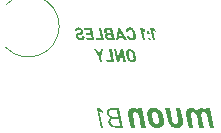
<source format=gbo>
%TF.GenerationSoftware,KiCad,Pcbnew,9.0.6*%
%TF.CreationDate,2025-12-29T07:21:27+09:00*%
%TF.ProjectId,muon,6d756f6e-2e6b-4696-9361-645f70636258,rev?*%
%TF.SameCoordinates,Original*%
%TF.FileFunction,Legend,Bot*%
%TF.FilePolarity,Positive*%
%FSLAX46Y46*%
G04 Gerber Fmt 4.6, Leading zero omitted, Abs format (unit mm)*
G04 Created by KiCad (PCBNEW 9.0.6) date 2025-12-29 07:21:27*
%MOMM*%
%LPD*%
G01*
G04 APERTURE LIST*
%ADD10C,0.100000*%
%ADD11C,0.168750*%
%ADD12C,0.250000*%
%ADD13C,0.350000*%
%ADD14C,2.625000*%
%ADD15C,2.700000*%
%ADD16C,0.600000*%
%ADD17O,1.000000X2.100000*%
%ADD18O,1.000000X1.800000*%
G04 APERTURE END LIST*
D10*
X64600001Y-51449999D02*
G75*
G02*
X64600000Y-55050000I1899999J-1800001D01*
G01*
D11*
G36*
X74497671Y-61831351D02*
G01*
X73885326Y-61831351D01*
X73807378Y-61828019D01*
X73733258Y-61817910D01*
X73667661Y-61802195D01*
X73605709Y-61780276D01*
X73575748Y-61766752D01*
X73521069Y-61736393D01*
X73471346Y-61701093D01*
X73427690Y-61661958D01*
X73388735Y-61618114D01*
X73360901Y-61579561D01*
X73333675Y-61532105D01*
X73312309Y-61481579D01*
X73286688Y-61369973D01*
X73282932Y-61304552D01*
X73457903Y-61304552D01*
X73461194Y-61359478D01*
X73471022Y-61410506D01*
X73486433Y-61455561D01*
X73507675Y-61497074D01*
X73566536Y-61568662D01*
X73573478Y-61574917D01*
X73655617Y-61629458D01*
X73755750Y-61663728D01*
X73877206Y-61676538D01*
X73883056Y-61676562D01*
X74292008Y-61676562D01*
X74164978Y-61073504D01*
X73737451Y-61073504D01*
X73673897Y-61076841D01*
X73618382Y-61086989D01*
X73576620Y-61101456D01*
X73540633Y-61121330D01*
X73527248Y-61131292D01*
X73502877Y-61156352D01*
X73483762Y-61185608D01*
X73461298Y-61256698D01*
X73457903Y-61304552D01*
X73282932Y-61304552D01*
X73282269Y-61292995D01*
X73285534Y-61241041D01*
X73295180Y-61192973D01*
X73310551Y-61149586D01*
X73331591Y-61109552D01*
X73335413Y-61103533D01*
X73389350Y-61044316D01*
X73465014Y-60999988D01*
X73490305Y-60990331D01*
X73433535Y-60970094D01*
X73381007Y-60943991D01*
X73335449Y-60913819D01*
X73293830Y-60878077D01*
X73243056Y-60819341D01*
X73211004Y-60771137D01*
X73185452Y-60720569D01*
X73166876Y-60669074D01*
X73154643Y-60615511D01*
X73150758Y-60567551D01*
X73323959Y-60567551D01*
X73327272Y-60621173D01*
X73337260Y-60670573D01*
X73352621Y-60712832D01*
X73373885Y-60751548D01*
X73432803Y-60817284D01*
X73444075Y-60826358D01*
X73534628Y-60879575D01*
X73641852Y-60911625D01*
X73751382Y-60921089D01*
X74132576Y-60921089D01*
X74010189Y-60352601D01*
X73596593Y-60352601D01*
X73533001Y-60355902D01*
X73477895Y-60365806D01*
X73436369Y-60379995D01*
X73401386Y-60399302D01*
X73375137Y-60421408D01*
X73354319Y-60447780D01*
X73329193Y-60511937D01*
X73323959Y-60567551D01*
X73150758Y-60567551D01*
X73148325Y-60537522D01*
X73151640Y-60481854D01*
X73161636Y-60430960D01*
X73176847Y-60388178D01*
X73197870Y-60349327D01*
X73254613Y-60285629D01*
X73334382Y-60238252D01*
X73438610Y-60208028D01*
X73564191Y-60197812D01*
X74151047Y-60197812D01*
X74497671Y-61831351D01*
G37*
G36*
X72524525Y-60396561D02*
G01*
X72829460Y-61831351D01*
X72660843Y-61831351D01*
X72311949Y-60197812D01*
X72485209Y-60197812D01*
X72810988Y-60415032D01*
X72850304Y-60609137D01*
X72524525Y-60396561D01*
G37*
D12*
G36*
X77077514Y-53593385D02*
G01*
X77251946Y-54432500D01*
X77054811Y-54432500D01*
X76833765Y-53369249D01*
X77030900Y-53369249D01*
X77234079Y-53504590D01*
X77279417Y-53722681D01*
X77077514Y-53593385D01*
G37*
G36*
X76735030Y-53692590D02*
G01*
X76780636Y-53912158D01*
X76571815Y-53912158D01*
X76526209Y-53692590D01*
X76735030Y-53692590D01*
G37*
G36*
X76843505Y-54214476D02*
G01*
X76888842Y-54432500D01*
X76680021Y-54432500D01*
X76634683Y-54214476D01*
X76843505Y-54214476D01*
G37*
G36*
X76212405Y-53593385D02*
G01*
X76386838Y-54432500D01*
X76189703Y-54432500D01*
X75968657Y-53369249D01*
X76165792Y-53369249D01*
X76368971Y-53504590D01*
X76414309Y-53722681D01*
X76212405Y-53593385D01*
G37*
G36*
X75587620Y-54021976D02*
G01*
X75598318Y-54083994D01*
X75603602Y-54141065D01*
X75603704Y-54188799D01*
X75599313Y-54232431D01*
X75591309Y-54268959D01*
X75579508Y-54302025D01*
X75564948Y-54329966D01*
X75547037Y-54354853D01*
X75502505Y-54394596D01*
X75444269Y-54423130D01*
X75368894Y-54440305D01*
X75297392Y-54444590D01*
X75244918Y-54442435D01*
X75195130Y-54435949D01*
X75150326Y-54425750D01*
X75107925Y-54411588D01*
X75069174Y-54394083D01*
X75032657Y-54372815D01*
X75004747Y-54352840D01*
X74973293Y-54325552D01*
X74945173Y-54295368D01*
X74899410Y-54227184D01*
X74865757Y-54145671D01*
X74851741Y-54091158D01*
X74849591Y-54080613D01*
X75043771Y-54080613D01*
X75046256Y-54092636D01*
X75055484Y-54126463D01*
X75068478Y-54157291D01*
X75084196Y-54183448D01*
X75103181Y-54206400D01*
X75116647Y-54218976D01*
X75163292Y-54247232D01*
X75221210Y-54262094D01*
X75255480Y-54264112D01*
X75289439Y-54261963D01*
X75318676Y-54255515D01*
X75340622Y-54246247D01*
X75358982Y-54233626D01*
X75381552Y-54205476D01*
X75396624Y-54159493D01*
X75399023Y-54092789D01*
X75388403Y-54018954D01*
X75340581Y-53788840D01*
X75327019Y-53733966D01*
X75310814Y-53686271D01*
X75293295Y-53647684D01*
X75273797Y-53615173D01*
X75255480Y-53591840D01*
X75235374Y-53572647D01*
X75212875Y-53557191D01*
X75161298Y-53537451D01*
X75106169Y-53531726D01*
X75073244Y-53533862D01*
X75044335Y-53540216D01*
X75021530Y-53549620D01*
X75002167Y-53562403D01*
X74985268Y-53579817D01*
X74966198Y-53618379D01*
X74961170Y-53668015D01*
X74966529Y-53709180D01*
X74968409Y-53718181D01*
X74771342Y-53718181D01*
X74769126Y-53707636D01*
X74761235Y-53659005D01*
X74758485Y-53613683D01*
X74760505Y-53575361D01*
X74766885Y-53539823D01*
X74776787Y-53509266D01*
X74790552Y-53481157D01*
X74815001Y-53447499D01*
X74837979Y-53424914D01*
X74863974Y-53405413D01*
X74925403Y-53375597D01*
X75001777Y-53358168D01*
X75067749Y-53354204D01*
X75120600Y-53356353D01*
X75170459Y-53362801D01*
X75215088Y-53372918D01*
X75257018Y-53386920D01*
X75294974Y-53404144D01*
X75330414Y-53424996D01*
X75392983Y-53476800D01*
X75446220Y-53543423D01*
X75490662Y-53627110D01*
X75525888Y-53731040D01*
X75536976Y-53778362D01*
X75587620Y-54021976D01*
G37*
G36*
X74818963Y-54432500D02*
G01*
X74611552Y-54432500D01*
X74505429Y-54226499D01*
X74147967Y-54226499D01*
X74127549Y-54432500D01*
X73918727Y-54432500D01*
X73970909Y-54058045D01*
X74165901Y-54058045D01*
X74417508Y-54058045D01*
X74207678Y-53650477D01*
X74165901Y-54058045D01*
X73970909Y-54058045D01*
X74066897Y-53369249D01*
X74228702Y-53369249D01*
X74818963Y-54432500D01*
G37*
G36*
X73804812Y-54432500D02*
G01*
X73387035Y-54432500D01*
X73339444Y-54430357D01*
X73294293Y-54423955D01*
X73253160Y-54413788D01*
X73214466Y-54399735D01*
X73179206Y-54382347D01*
X73146417Y-54361340D01*
X73135159Y-54352840D01*
X73082142Y-54300264D01*
X73040788Y-54235072D01*
X73011268Y-54156118D01*
X73004386Y-54127226D01*
X72999491Y-54095505D01*
X73195701Y-54095505D01*
X73198699Y-54113726D01*
X73207539Y-54145568D01*
X73219982Y-54173624D01*
X73234873Y-54196512D01*
X73252954Y-54216335D01*
X73255858Y-54218976D01*
X73297044Y-54244175D01*
X73349405Y-54255798D01*
X73369639Y-54256590D01*
X73569661Y-54256590D01*
X73512099Y-53979863D01*
X73312077Y-53979863D01*
X73278146Y-53982064D01*
X73249941Y-53988879D01*
X73231436Y-53997940D01*
X73216750Y-54010366D01*
X73213341Y-54014453D01*
X73197263Y-54049372D01*
X73195701Y-54095505D01*
X72999491Y-54095505D01*
X72998017Y-54085950D01*
X72996776Y-54047615D01*
X73000127Y-54015999D01*
X73007799Y-53986943D01*
X73010498Y-53979863D01*
X73023702Y-53953331D01*
X73040766Y-53929472D01*
X73060175Y-53910022D01*
X73083195Y-53893376D01*
X73098285Y-53885090D01*
X73064344Y-53867056D01*
X73033583Y-53845621D01*
X72984101Y-53796363D01*
X72945278Y-53735115D01*
X72921985Y-53667180D01*
X72921636Y-53665522D01*
X72920482Y-53658218D01*
X73119556Y-53658218D01*
X73122733Y-53677545D01*
X73130869Y-53706064D01*
X73142636Y-53730919D01*
X73157009Y-53751129D01*
X73174676Y-53768604D01*
X73177407Y-53770840D01*
X73220466Y-53794098D01*
X73275381Y-53803638D01*
X73287225Y-53803886D01*
X73475493Y-53803886D01*
X73421760Y-53545226D01*
X73233491Y-53545226D01*
X73202623Y-53547354D01*
X73176705Y-53553652D01*
X73157641Y-53562676D01*
X73142265Y-53574821D01*
X73137712Y-53579817D01*
X73127650Y-53595285D01*
X73121233Y-53613313D01*
X73119556Y-53658218D01*
X72920482Y-53658218D01*
X72914644Y-53621274D01*
X72912812Y-53580531D01*
X72915625Y-53546690D01*
X72922707Y-53515656D01*
X72933201Y-53489182D01*
X72947463Y-53465113D01*
X72961668Y-53447499D01*
X72983275Y-53427049D01*
X73008073Y-53409604D01*
X73067506Y-53383930D01*
X73143563Y-53370653D01*
X73182176Y-53369249D01*
X73583766Y-53369249D01*
X73804812Y-54432500D01*
G37*
G36*
X72663850Y-53369249D02*
G01*
X72884896Y-54432500D01*
X72231833Y-54432500D01*
X72195295Y-54256590D01*
X72649745Y-54256590D01*
X72465238Y-53369249D01*
X72663850Y-53369249D01*
G37*
G36*
X71708738Y-53545226D02*
G01*
X71246900Y-53545226D01*
X71210294Y-53369249D01*
X71870745Y-53369249D01*
X72091791Y-54432500D01*
X71431340Y-54432500D01*
X71394801Y-54256590D01*
X71856640Y-54256590D01*
X71800018Y-53984363D01*
X71405883Y-53984363D01*
X71369277Y-53808386D01*
X71763412Y-53808386D01*
X71708738Y-53545226D01*
G37*
G36*
X71205122Y-54355862D02*
G01*
X71159802Y-54394709D01*
X71100715Y-54422292D01*
X71024425Y-54438306D01*
X70962583Y-54441567D01*
X70908600Y-54439405D01*
X70857298Y-54432866D01*
X70811544Y-54422652D01*
X70768255Y-54408434D01*
X70729212Y-54391033D01*
X70692505Y-54369854D01*
X70674370Y-54357340D01*
X70642778Y-54331553D01*
X70614516Y-54302835D01*
X70590048Y-54271794D01*
X70568821Y-54237883D01*
X70536028Y-54160921D01*
X70523379Y-54112181D01*
X70516445Y-54068291D01*
X70514612Y-54027756D01*
X70517395Y-53993723D01*
X70524434Y-53962467D01*
X70534906Y-53935681D01*
X70549134Y-53911328D01*
X70587941Y-53870639D01*
X70642967Y-53838503D01*
X70718603Y-53815032D01*
X70728909Y-53812953D01*
X70835167Y-53793340D01*
X70869198Y-53784653D01*
X70897204Y-53773124D01*
X70932760Y-53746727D01*
X70943463Y-53731858D01*
X70950306Y-53714734D01*
X70952383Y-53673658D01*
X70950022Y-53659544D01*
X70941989Y-53631382D01*
X70930187Y-53606199D01*
X70915470Y-53585015D01*
X70897352Y-53566536D01*
X70889639Y-53560272D01*
X70867322Y-53545943D01*
X70842357Y-53535222D01*
X70783782Y-53524627D01*
X70767463Y-53524203D01*
X70731075Y-53526409D01*
X70700478Y-53533252D01*
X70680046Y-53542399D01*
X70663496Y-53554973D01*
X70659862Y-53558794D01*
X70641696Y-53592018D01*
X70636200Y-53639721D01*
X70639174Y-53671567D01*
X70449428Y-53671567D01*
X70445299Y-53624799D01*
X70445977Y-53581512D01*
X70450866Y-53544677D01*
X70459846Y-53510808D01*
X70472068Y-53481582D01*
X70487933Y-53454999D01*
X70502087Y-53436953D01*
X70523693Y-53415553D01*
X70548222Y-53397390D01*
X70606181Y-53370723D01*
X70679947Y-53356338D01*
X70727700Y-53354204D01*
X70775672Y-53356342D01*
X70821554Y-53362712D01*
X70864384Y-53372979D01*
X70905126Y-53387171D01*
X70943380Y-53405037D01*
X70979502Y-53426633D01*
X71000263Y-53441454D01*
X71032279Y-53468514D01*
X71060648Y-53498276D01*
X71084643Y-53529747D01*
X71105184Y-53563866D01*
X71135763Y-53639973D01*
X71144336Y-53674590D01*
X71150982Y-53717131D01*
X71152571Y-53756528D01*
X71149589Y-53789774D01*
X71142363Y-53820386D01*
X71131679Y-53846775D01*
X71117220Y-53870824D01*
X71077714Y-53911299D01*
X71021575Y-53943501D01*
X70944331Y-53967162D01*
X70925036Y-53970862D01*
X70829861Y-53987385D01*
X70794936Y-53995168D01*
X70766502Y-54006271D01*
X70747611Y-54018215D01*
X70733409Y-54032521D01*
X70718652Y-54065656D01*
X70718023Y-54111458D01*
X70720984Y-54128771D01*
X70729519Y-54159308D01*
X70741693Y-54186088D01*
X70756197Y-54207491D01*
X70773850Y-54225688D01*
X70817538Y-54251996D01*
X70875852Y-54266340D01*
X70916305Y-54268613D01*
X70956319Y-54266463D01*
X70990179Y-54260015D01*
X71014402Y-54251018D01*
X71034053Y-54238834D01*
X71041168Y-54232544D01*
X71061600Y-54200217D01*
X71070864Y-54151560D01*
X71069982Y-54109226D01*
X71256773Y-54109226D01*
X71261581Y-54159031D01*
X71261451Y-54204769D01*
X71257023Y-54242949D01*
X71248473Y-54277872D01*
X71236730Y-54307650D01*
X71221358Y-54334671D01*
X71205122Y-54355862D01*
G37*
G36*
X75136402Y-55204353D02*
G01*
X75185756Y-55210801D01*
X75230024Y-55220931D01*
X75271649Y-55234954D01*
X75309398Y-55252223D01*
X75344669Y-55273136D01*
X75407049Y-55325150D01*
X75460200Y-55392097D01*
X75504589Y-55476211D01*
X75539736Y-55580625D01*
X75550410Y-55626362D01*
X75601053Y-55869976D01*
X75611897Y-55932701D01*
X75617294Y-55990362D01*
X75617470Y-56038405D01*
X75613139Y-56082272D01*
X75605195Y-56118860D01*
X75593452Y-56151941D01*
X75578978Y-56179794D01*
X75561158Y-56204566D01*
X75516889Y-56243956D01*
X75458990Y-56272055D01*
X75383969Y-56288731D01*
X75316736Y-56292590D01*
X75266516Y-56290440D01*
X75218466Y-56283994D01*
X75174154Y-56273700D01*
X75131861Y-56259407D01*
X75092299Y-56241484D01*
X75054681Y-56219708D01*
X75018046Y-56193317D01*
X74962377Y-56137865D01*
X74915159Y-56066110D01*
X74875985Y-55974464D01*
X74847912Y-55869976D01*
X74797268Y-55626362D01*
X74785953Y-55561256D01*
X74785225Y-55553633D01*
X74984276Y-55553633D01*
X74996552Y-55636840D01*
X75044375Y-55866954D01*
X75057729Y-55920688D01*
X75074004Y-55967360D01*
X75091066Y-56003237D01*
X75110496Y-56033608D01*
X75127259Y-56053476D01*
X75149035Y-56073036D01*
X75173024Y-56088640D01*
X75226144Y-56107647D01*
X75273347Y-56112112D01*
X75308591Y-56109940D01*
X75338708Y-56103328D01*
X75360274Y-56094105D01*
X75378091Y-56081481D01*
X75398277Y-56054953D01*
X75411976Y-56008652D01*
X75412927Y-55940012D01*
X75401837Y-55866954D01*
X75354014Y-55636840D01*
X75339847Y-55579174D01*
X75322946Y-55528979D01*
X75305399Y-55490174D01*
X75285863Y-55457970D01*
X75270055Y-55438362D01*
X75249795Y-55419574D01*
X75227021Y-55404403D01*
X75174494Y-55385035D01*
X75121080Y-55379726D01*
X75088652Y-55381885D01*
X75060625Y-55388406D01*
X75039624Y-55397768D01*
X75021945Y-55410577D01*
X74999709Y-55439840D01*
X74985914Y-55485294D01*
X74984276Y-55553633D01*
X74785225Y-55553633D01*
X74780284Y-55501879D01*
X74780042Y-55453819D01*
X74784377Y-55410307D01*
X74792248Y-55374982D01*
X74803912Y-55343357D01*
X74829710Y-55301476D01*
X74851745Y-55277854D01*
X74876736Y-55257435D01*
X74935388Y-55226319D01*
X75008456Y-55207537D01*
X75084138Y-55202204D01*
X75136402Y-55204353D01*
G37*
G36*
X73750743Y-55217249D02*
G01*
X73947945Y-55217249D01*
X74086442Y-55883477D01*
X74330325Y-55217249D01*
X74528937Y-55217249D01*
X74749983Y-56280500D01*
X74551371Y-56280500D01*
X74413477Y-55617295D01*
X74168990Y-56280500D01*
X73971789Y-56280500D01*
X73750743Y-55217249D01*
G37*
G36*
X73553138Y-55217249D02*
G01*
X73774184Y-56280500D01*
X73121121Y-56280500D01*
X73084583Y-56104590D01*
X73539033Y-56104590D01*
X73354526Y-55217249D01*
X73553138Y-55217249D01*
G37*
G36*
X72472357Y-55842908D02*
G01*
X72039266Y-55217249D01*
X72256954Y-55217249D01*
X72532069Y-55648863D01*
X72626237Y-55217249D01*
X72842446Y-55217249D01*
X72669761Y-55844386D01*
X72760436Y-56280500D01*
X72563301Y-56280500D01*
X72472357Y-55842908D01*
G37*
D13*
G36*
X81904417Y-60197338D02*
G01*
X82244586Y-61833750D01*
X81862377Y-61833750D01*
X81650114Y-60812555D01*
X81632052Y-60747422D01*
X81606677Y-60690361D01*
X81576724Y-60644818D01*
X81540509Y-60606163D01*
X81533748Y-60600293D01*
X81486418Y-60566215D01*
X81435741Y-60541611D01*
X81386862Y-60528072D01*
X81335032Y-60523357D01*
X81334262Y-60523356D01*
X81282758Y-60527752D01*
X81238499Y-60540942D01*
X81204957Y-60560243D01*
X81177204Y-60586613D01*
X81169124Y-60597133D01*
X81138872Y-60670692D01*
X81137817Y-60772458D01*
X81144669Y-60812555D01*
X81356931Y-61833750D01*
X80974859Y-61833750D01*
X80760673Y-60803350D01*
X80743920Y-60744219D01*
X80719690Y-60690806D01*
X80651194Y-60602248D01*
X80649115Y-60600293D01*
X80609219Y-60568989D01*
X80565729Y-60545990D01*
X80468556Y-60524021D01*
X80446608Y-60523356D01*
X80395086Y-60527752D01*
X80350810Y-60540942D01*
X80317316Y-60560224D01*
X80289674Y-60586562D01*
X80281606Y-60597133D01*
X80251355Y-60670692D01*
X80250299Y-60772458D01*
X80257151Y-60812555D01*
X80469414Y-61833750D01*
X80087204Y-61833750D01*
X79865325Y-60766393D01*
X79850541Y-60673798D01*
X79846202Y-60588200D01*
X79851385Y-60516244D01*
X79865318Y-60450271D01*
X79886210Y-60394212D01*
X79914745Y-60343476D01*
X79920142Y-60335686D01*
X79957080Y-60291559D01*
X80000198Y-60254340D01*
X80101618Y-60202541D01*
X80231222Y-60177636D01*
X80284079Y-60175768D01*
X80360114Y-60180146D01*
X80434858Y-60193206D01*
X80580953Y-60245416D01*
X80723648Y-60334108D01*
X80781281Y-60381848D01*
X80810777Y-60330684D01*
X80846578Y-60286643D01*
X80886918Y-60251073D01*
X80932971Y-60222263D01*
X81042774Y-60185095D01*
X81147554Y-60175768D01*
X81281590Y-60193353D01*
X81364900Y-60221930D01*
X81440651Y-60258965D01*
X81511096Y-60304037D01*
X81562049Y-60344891D01*
X81531412Y-60197338D01*
X81904417Y-60197338D01*
G37*
G36*
X79563761Y-61172508D02*
G01*
X79582067Y-61282040D01*
X79589389Y-61381994D01*
X79586561Y-61463911D01*
X79574780Y-61538021D01*
X79556141Y-61599004D01*
X79529986Y-61653433D01*
X79498285Y-61698925D01*
X79459834Y-61738528D01*
X79363237Y-61799782D01*
X79233909Y-61838776D01*
X79070269Y-61852297D01*
X78969378Y-61847887D01*
X78875238Y-61834602D01*
X78793404Y-61814111D01*
X78717434Y-61785742D01*
X78650314Y-61751218D01*
X78588525Y-61709384D01*
X78556580Y-61683036D01*
X78455182Y-61570085D01*
X78372999Y-61424963D01*
X78309625Y-61239801D01*
X78294034Y-61172508D01*
X78091389Y-60197338D01*
X78473461Y-60197338D01*
X78672260Y-61153961D01*
X78697175Y-61252158D01*
X78727108Y-61333381D01*
X78779009Y-61421590D01*
X78844176Y-61474330D01*
X78937749Y-61503490D01*
X78998690Y-61507731D01*
X79055809Y-61503417D01*
X79103074Y-61490801D01*
X79136850Y-61472855D01*
X79162358Y-61448996D01*
X79181002Y-61415407D01*
X79196301Y-61319895D01*
X79180983Y-61170297D01*
X79177705Y-61153961D01*
X78978907Y-60197338D01*
X79361116Y-60197338D01*
X79563761Y-61172508D01*
G37*
G36*
X77191556Y-60180140D02*
G01*
X77280054Y-60193161D01*
X77361703Y-60214020D01*
X77438967Y-60242812D01*
X77580204Y-60323284D01*
X77608887Y-60344891D01*
X77713855Y-60450016D01*
X77799183Y-60585891D01*
X77865462Y-60759077D01*
X77890805Y-60861739D01*
X77954140Y-61166325D01*
X77972272Y-61275086D01*
X77979417Y-61374545D01*
X77976392Y-61455709D01*
X77964368Y-61529141D01*
X77945572Y-61589068D01*
X77919224Y-61642423D01*
X77887782Y-61686196D01*
X77845061Y-61729521D01*
X77796261Y-61766312D01*
X77680385Y-61820179D01*
X77532845Y-61848634D01*
X77446771Y-61852297D01*
X77352096Y-61847900D01*
X77261958Y-61834711D01*
X77179845Y-61813780D01*
X77102190Y-61784747D01*
X77030951Y-61748671D01*
X76964195Y-61704906D01*
X76939952Y-61686196D01*
X76836798Y-61580582D01*
X76751408Y-61442146D01*
X76684694Y-61265471D01*
X76660370Y-61166325D01*
X76597035Y-60861739D01*
X76579312Y-60755394D01*
X76962520Y-60755394D01*
X76977321Y-60867922D01*
X77038733Y-61163165D01*
X77060669Y-61246922D01*
X77089237Y-61319192D01*
X77120406Y-61374002D01*
X77156910Y-61419508D01*
X77195305Y-61453166D01*
X77238263Y-61478818D01*
X77335267Y-61505644D01*
X77375193Y-61507731D01*
X77431556Y-61503343D01*
X77479294Y-61490215D01*
X77514293Y-61471396D01*
X77542586Y-61445836D01*
X77578262Y-61377611D01*
X77588913Y-61277269D01*
X77574266Y-61163165D01*
X77512854Y-60867922D01*
X77491244Y-60785461D01*
X77462956Y-60714108D01*
X77431796Y-60659452D01*
X77395246Y-60613915D01*
X77356563Y-60579902D01*
X77313263Y-60553819D01*
X77215221Y-60525898D01*
X77170487Y-60523356D01*
X77115171Y-60527744D01*
X77068435Y-60540872D01*
X77034284Y-60559680D01*
X77006763Y-60585221D01*
X76972206Y-60653757D01*
X76962520Y-60755394D01*
X76579312Y-60755394D01*
X76578939Y-60753153D01*
X76571825Y-60654218D01*
X76574823Y-60573257D01*
X76586745Y-60500150D01*
X76605482Y-60440103D01*
X76631693Y-60386640D01*
X76661057Y-60344891D01*
X76702210Y-60301922D01*
X76749720Y-60265070D01*
X76864518Y-60209766D01*
X77010186Y-60179898D01*
X77098221Y-60175768D01*
X77191556Y-60180140D01*
G37*
G36*
X76120990Y-60197338D02*
G01*
X76461160Y-61833750D01*
X76078950Y-61833750D01*
X75866688Y-60812555D01*
X75848626Y-60747422D01*
X75823251Y-60690361D01*
X75793298Y-60644818D01*
X75757083Y-60606163D01*
X75750321Y-60600293D01*
X75702991Y-60566215D01*
X75652315Y-60541611D01*
X75603436Y-60528072D01*
X75551606Y-60523357D01*
X75550836Y-60523356D01*
X75501820Y-60527676D01*
X75458803Y-60540328D01*
X75423744Y-60559688D01*
X75394720Y-60585783D01*
X75383224Y-60600293D01*
X75354709Y-60670866D01*
X75354097Y-60770694D01*
X75361243Y-60812555D01*
X75573505Y-61833750D01*
X75191433Y-61833750D01*
X74969553Y-60766393D01*
X74954158Y-60670861D01*
X74949307Y-60582800D01*
X74954084Y-60509229D01*
X74967644Y-60442013D01*
X74987776Y-60386124D01*
X75015303Y-60335686D01*
X75049135Y-60292150D01*
X75089250Y-60255321D01*
X75185579Y-60203368D01*
X75309930Y-60177884D01*
X75364128Y-60175768D01*
X75498002Y-60192610D01*
X75580786Y-60218770D01*
X75703411Y-60284272D01*
X75778623Y-60344891D01*
X75747986Y-60197338D01*
X76120990Y-60197338D01*
G37*
%LPC*%
G36*
X66990000Y-61130000D02*
G01*
X67220000Y-61130000D01*
X67220000Y-61360000D01*
X66990000Y-61360000D01*
X66990000Y-61130000D01*
G37*
G36*
X66530000Y-60210000D02*
G01*
X66760000Y-60210000D01*
X66760000Y-60440000D01*
X66530000Y-60440000D01*
X66530000Y-60210000D01*
G37*
G36*
X66530000Y-61130000D02*
G01*
X66760000Y-61130000D01*
X66760000Y-61360000D01*
X66530000Y-61360000D01*
X66530000Y-61130000D01*
G37*
G36*
X66760000Y-60670000D02*
G01*
X66990000Y-60670000D01*
X66990000Y-60900000D01*
X66760000Y-60900000D01*
X66760000Y-60670000D01*
G37*
G36*
X65840000Y-61590000D02*
G01*
X66070000Y-61590000D01*
X66070000Y-61820000D01*
X65840000Y-61820000D01*
X65840000Y-61590000D01*
G37*
D14*
X82812500Y-53250000D02*
G75*
G02*
X80187500Y-53250000I-1312500J0D01*
G01*
X80187500Y-53250000D02*
G75*
G02*
X82812500Y-53250000I1312500J0D01*
G01*
G36*
X67220000Y-61590000D02*
G01*
X67450000Y-61590000D01*
X67450000Y-61820000D01*
X67220000Y-61820000D01*
X67220000Y-61590000D01*
G37*
G36*
X66070000Y-61130000D02*
G01*
X66300000Y-61130000D01*
X66300000Y-61360000D01*
X66070000Y-61360000D01*
X66070000Y-61130000D01*
G37*
G36*
X66300000Y-60670000D02*
G01*
X66530000Y-60670000D01*
X66530000Y-60900000D01*
X66300000Y-60900000D01*
X66300000Y-60670000D01*
G37*
D15*
%TO.C,MH1*%
X81500000Y-53250000D03*
%TD*%
%TO.C,MH2*%
X66500000Y-53250000D03*
%TD*%
D16*
%TO.C,J1*%
X76890000Y-54880000D03*
X71110000Y-54880000D03*
D17*
X78320000Y-55380000D03*
D18*
X78320000Y-51200000D03*
D17*
X69680000Y-55380000D03*
D18*
X69680000Y-51200000D03*
%TD*%
%LPD*%
M02*

</source>
